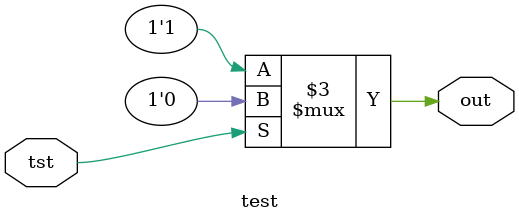
<source format=v>
`timescale 1ns / 1ps
module test(tst,out);
input tst;
output reg out;
always@(*)
begin
if(tst)
	out = 0;
else
	out = 1;
end
endmodule

</source>
